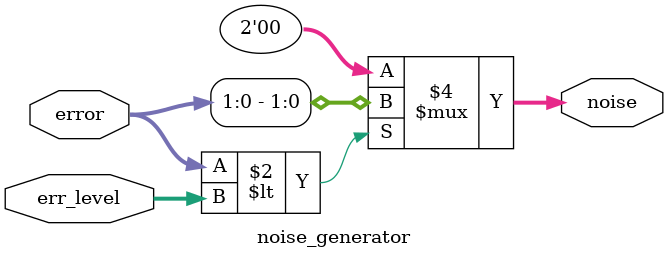
<source format=v>
/**
 * This is written by Zhiyang Ong 
 * and Andrew Mattheisen 
 */


/**
 * Design of the noise generator that produces bits to corrupt
 * the encoded data bits that are transmitted in the communications
 * channel
 */
module noise_generator (error, noise,err_level);
	// Output signals for the design module
	/**
	 * Propagated and random error bits from the input that will
	 * be used to corrupt encoded data bits
	 */
	output [1:0] noise;
	
	
	
	
	
	// Input signals for the design module
	/**
	 * Propagated random error bits to generate noise to corrupt
	 * the encoded data bits
	 */
	input [7:0] error;
	/**
	 * Error level that will be used to generate noise that will
	 * be used to corrupt encoded data bits
	 *
	 * Randomly generated error bits will be compared with this
	 * error level
	 */
	input [7:0] err_level;
	
	
	
	
	
	// Declare "reg" signals... that will be assigned values
	reg [1:0] noise;
	
	
	// Declare "wire" signals...
	// Defining constants: parameter [name_of_constant] = value;
	
	

	/**
	 * Generate random noise - error bits - that will corrupt
	 * the encoded data bits
	 */
	always@(error)
	begin
		// If the randomly generated error bits < the error level
		if (error < err_level)
			/**
			 * Use the least two significant error bits to corrupt
			 * the encoded data
			 */
			noise = error[1:0];
		else
			/**
			 * Do not corrupt the encoded data since the error
			 * bits have generated a value greater than the noise
			 * threshold/ceiling (error level)
			 *
			 * Since there is no noise above the noise ceiling,
			 * there is no noise.
			 */
			noise = 2'b00;
	end
	
endmodule



</source>
